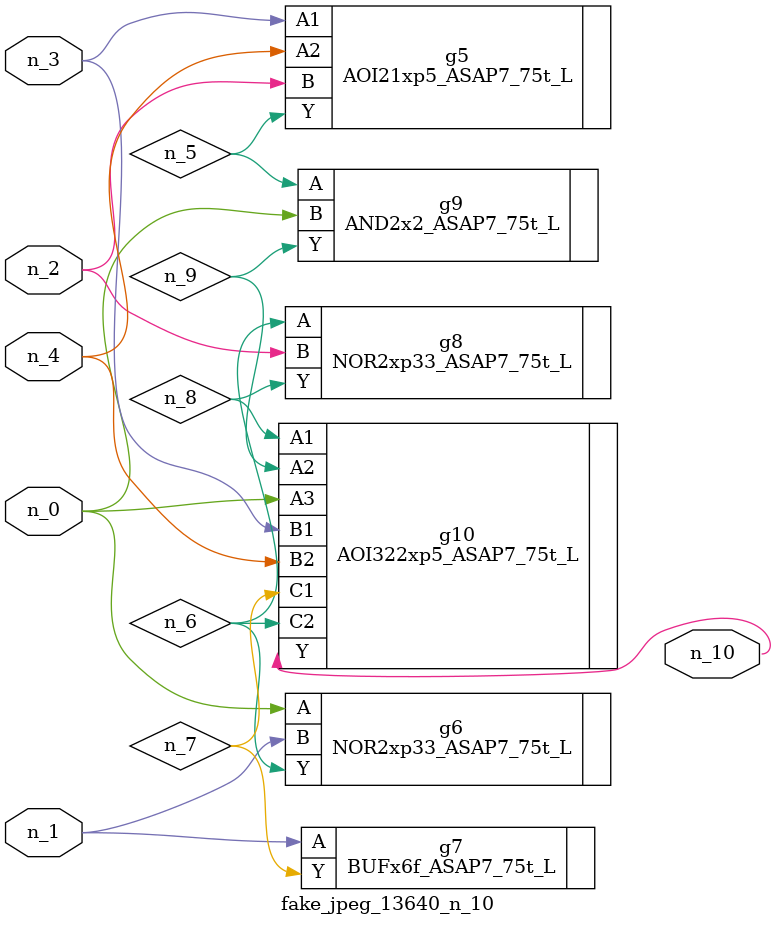
<source format=v>
module fake_jpeg_13640_n_10 (n_3, n_2, n_1, n_0, n_4, n_10);

input n_3;
input n_2;
input n_1;
input n_0;
input n_4;

output n_10;

wire n_8;
wire n_9;
wire n_6;
wire n_5;
wire n_7;

AOI21xp5_ASAP7_75t_L g5 ( 
.A1(n_3),
.A2(n_4),
.B(n_2),
.Y(n_5)
);

NOR2xp33_ASAP7_75t_L g6 ( 
.A(n_0),
.B(n_1),
.Y(n_6)
);

BUFx6f_ASAP7_75t_L g7 ( 
.A(n_1),
.Y(n_7)
);

NOR2xp33_ASAP7_75t_L g8 ( 
.A(n_6),
.B(n_2),
.Y(n_8)
);

AOI322xp5_ASAP7_75t_L g10 ( 
.A1(n_8),
.A2(n_9),
.A3(n_0),
.B1(n_3),
.B2(n_4),
.C1(n_7),
.C2(n_6),
.Y(n_10)
);

AND2x2_ASAP7_75t_L g9 ( 
.A(n_5),
.B(n_0),
.Y(n_9)
);


endmodule
</source>
